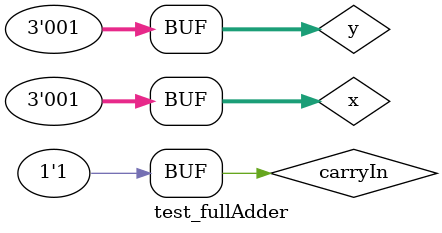
<source format=v>
module Adder (output s, input a, input b, input carryIn);
   wire s0;

   xor XOR1 (s0, a, b);
   xor XOR2 (s, s0, carryIn);

endmodule // fullAdder

module fullAdder (output carryOut, input a, input b, input carryIn);
   wire s1, s2, s3;

   xor XOR3 (s1, a, b);
   and AND1 (s2, s1, carryIn);
   and AND2 (s3, a, b);
   or OR1 (carryOut, s2, s3);

endmodule

module fullAdder1 (output [2:0] s, output carryOut, input [2:0] a, input [2:0] b, input carryIn);
   wire s1, s2;

   Adder ADD1 (s[0], a[0], b[0], carryIn);
   fullAdder FULL1 (s1, a[0], b[0], carryIn);

   Adder ADD2 (s[1], a[1], b[1], s1);
   fullAdder FULL2 (s2, a[1], b[1], carryIn);

   Adder ADD3 (s[2], a[2], b[2], s2);
   fullAdder FULL3 (carryOut, a[2], b[2], carryIn);

endmodule

module test_fullAdder;

   reg [2:0] x;
   reg [2:0] y;
   reg carryIn;
   wire carryOut;
   wire [2:0] soma;

   fullAdder1 FULL (soma, carryOut, x, y, carryIn);

initial begin
   $display("Exemplo0021 - Breno Macena - 462017");
   $display("Test ALUs full adder");

#1 x = 3'b000; y = 3'b000; carryIn = 3'b000;
#1 $monitor("%b + %b + %b = %b %b",x,y,carryIn,carryOut,soma);

#1 x = 3'b000; y = 3'b000; carryIn = 3'b001;
#1 x = 3'b000; y = 3'b001; carryIn = 3'b000;
#1 x = 3'b001; y = 3'b000; carryIn = 3'b000;
#1 x = 3'b000; y = 3'b001; carryIn = 3'b001;
#1 x = 3'b001; y = 3'b001; carryIn = 3'b001;

end
endmodule // test_fullAdder
</source>
